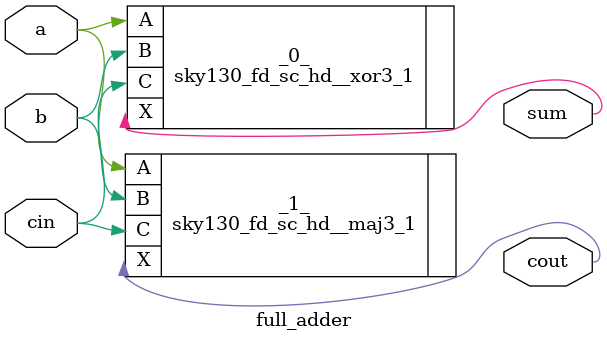
<source format=v>
/* Generated by Yosys 0.33 (git sha1 2584903a060) */

(* top =  1  *)
(* src = "rtl/full_adder_baseline.v:23.1-32.10" *)
module full_adder(a, b, cin, sum, cout);
  (* src = "rtl/full_adder_baseline.v:24.11-24.12" *)
  input a;
  wire a;
  (* src = "rtl/full_adder_baseline.v:25.11-25.12" *)
  input b;
  wire b;
  (* src = "rtl/full_adder_baseline.v:26.11-26.14" *)
  input cin;
  wire cin;
  (* src = "rtl/full_adder_baseline.v:28.12-28.16" *)
  output cout;
  wire cout;
  (* src = "rtl/full_adder_baseline.v:27.12-27.15" *)
  output sum;
  wire sum;
  sky130_fd_sc_hd__xor3_1 _0_ (
    .A(a),
    .B(b),
    .C(cin),
    .X(sum)
  );
  sky130_fd_sc_hd__maj3_1 _1_ (
    .A(a),
    .B(b),
    .C(cin),
    .X(cout)
  );
endmodule

</source>
